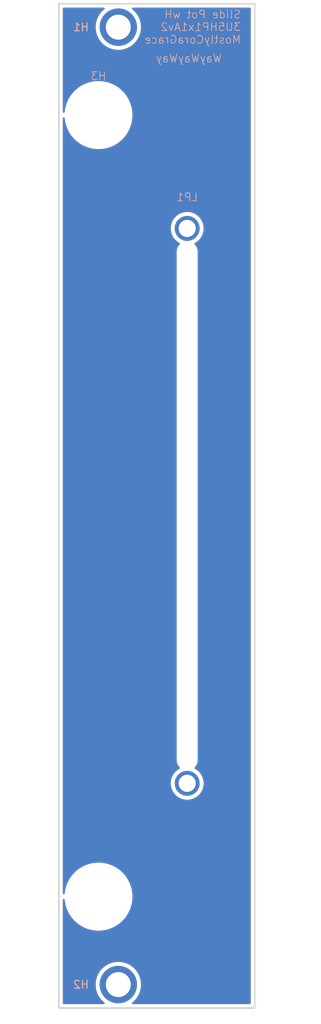
<source format=kicad_pcb>
(kicad_pcb (version 20241229) (generator "pcbnew") (generator_version "9.0")
  (layers (0 "F.Cu" signal) (2 "B.Cu" signal) (13 "F.Paste" user) (15 "B.Paste" user) (5 "F.SilkS" user "F.Silkscreen") (7 "B.SilkS" user "B.Silkscreen") (1 "F.Mask" user) (3 "B.Mask" user) (25 "Edge.Cuts" user))
  (net 0 "")
  (footprint "EXC:MountingHole_3.2mm_M3" (layer "F.Cu") (at 7.62 127.925)
    (property "Reference" "H2" (at -3.683 0 0) (layer "B.SilkS") (effects (justify left mirror)))
    (property "Value" "Eurorack_M3_MountingHole")
    (pad "" thru_hole circle (at 0 0) (size 4.8 4.8) (drill 3.2) (layers "*.Cu" "*.Mask"))
  )
  (footprint "EXC:MountingHole_3.2mm_M3" (layer "F.Cu") (at 7.62 5.425)
    (property "Reference" "H1" (at -3.683 0 0) (layer "B.SilkS") (effects (justify left mirror)))
    (property "Value" "Eurorack_M3_MountingHole")
    (pad "" thru_hole circle (at 0 0) (size 4.8 4.8) (drill 3.2) (layers "*.Cu" "*.Mask"))
  )
  (footprint "EXC:Linear_Potentiometer_75mm_M2_Panel_Mount" (layer "F.Cu") (at 16.45 66.675)
    (property "Reference" "LP1" (at 0 -39.5 0) (layer "B.SilkS") (effects (font (thickness 0.1)) (justify mirror)))
    (property "Value" "Linear_Potentiometer_75mm_M2_Panel_Mount")
    (pad "" thru_hole circle (at 0 -35.5) (size 3.2 3.2) (drill 2.2) (layers "*.Cu" "*.Mask"))
    (pad "" np_thru_hole oval (at 0 0) (size 2.2 67.2) (drill oval 2.2 67.2) (layers "*.Cu" "*.Mask"))
    (pad "" thru_hole circle (at 0 35.5) (size 3.2 3.2) (drill 2.2) (layers "*.Cu" "*.Mask"))
  )
  (footprint "EXC:Handle_3UM4P100_B" (layer "F.Cu") (at 5.08 16.675)
    (property "Reference" "H3" (at 0 -5 0) (layer "B.SilkS") (effects (font (thickness 0.1)) (justify mirror)))
    (property "Value" "Handle_3UM4P100_PanelMount_B")
    (pad "" np_thru_hole circle (at 0 0) (size 8.2 8.2) (drill 8.2) (layers "*.Cu" "*.Mask"))
    (pad "" np_thru_hole circle (at 0 100) (size 8.2 8.2) (drill 8.2) (layers "*.Cu" "*.Mask"))
  )
  (gr_rect (start 0 2.425) (end 25.1 130.925) (stroke (width 0.2)) (fill no) (layer "Edge.Cuts"))
  (gr_text "WayWayWay" (at 20.95 10 0) (layer "B.SilkS") (effects (font (size 1 1) (thickness 0.1)) (justify left bottom mirror)))
  (gr_text "Slide Pot wH\n3U5HP1x1Av2\nMostlyCoraGrace" (at 23.4 7.6 0) (layer "B.SilkS") (effects (font (size 1 1) (thickness 0.1)) (justify left bottom mirror)))
  (zone (net 0) (net_name "") (layers "F.Cu" "B.Cu") (connect_pads (clearance 0.5)) (min_thickness 0.25) (fill yes (thermal_gap 0.5) (thermal_bridge_width 0.5) (island_removal_mode 1) (island_area_min 10))
    (polygon (pts (xy 0 2.425) (xy 25.1 2.425) (xy 25.1 130.925) (xy 0 130.925)))
  )
)
</source>
